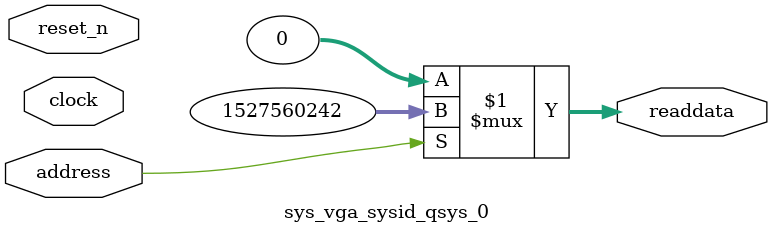
<source format=v>



// synthesis translate_off
`timescale 1ns / 1ps
// synthesis translate_on

// turn off superfluous verilog processor warnings 
// altera message_level Level1 
// altera message_off 10034 10035 10036 10037 10230 10240 10030 

module sys_vga_sysid_qsys_0 (
               // inputs:
                address,
                clock,
                reset_n,

               // outputs:
                readdata
             )
;

  output  [ 31: 0] readdata;
  input            address;
  input            clock;
  input            reset_n;

  wire    [ 31: 0] readdata;
  //control_slave, which is an e_avalon_slave
  assign readdata = address ? 1527560242 : 0;

endmodule



</source>
